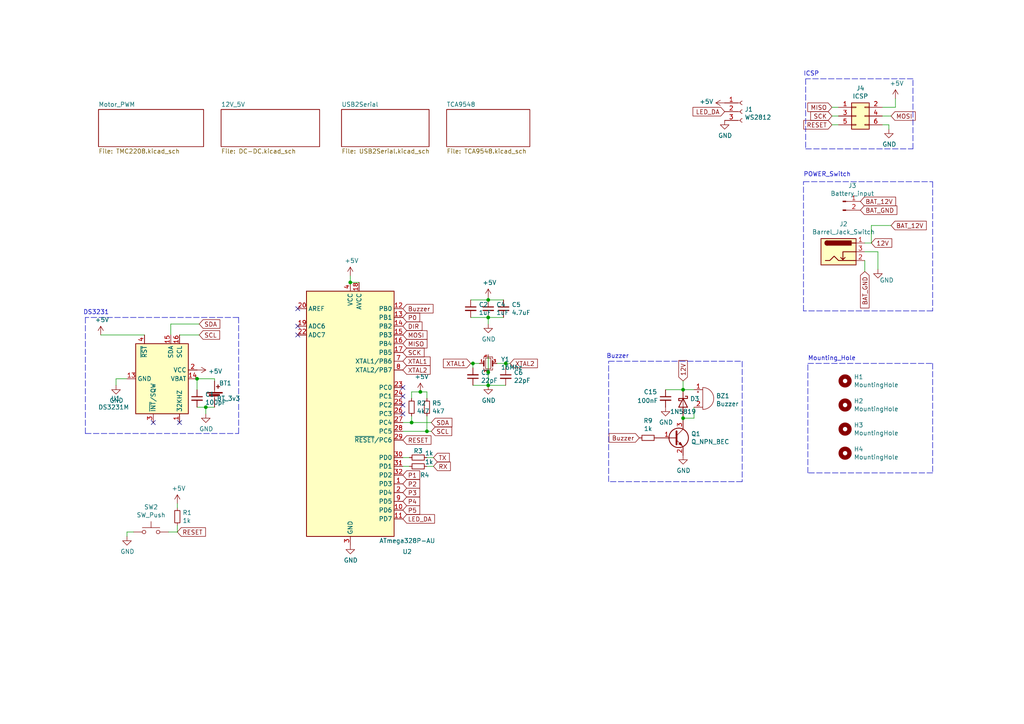
<source format=kicad_sch>
(kicad_sch (version 20211123) (generator eeschema)
  (paper "A4")
  (title_block (title "Motor_clock") (date "2021-06-27"))
  (lib_symbols
    (symbol "Connector:Barrel_Jack_Switch" (pin_names hide)
      (property "Reference" "J" (at 0 5.334 0))
      (property "Value" "Barrel_Jack_Switch" (at 0 -5.08 0))
      (symbol "Barrel_Jack_Switch_0_1"
        (rectangle (start -5.08 3.81) (end 5.08 -3.81) (stroke (width 0.254)) (fill (type background)))
        (arc (start -3.302 3.175) (mid -3.937 2.54) (end -3.302 1.905) (stroke (width 0.254)))
        (arc (start -3.302 3.175) (mid -3.937 2.54) (end -3.302 1.905) (stroke (width 0.254)) (fill (type outline)))
        (polyline (pts (xy 1.27 -2.286) (xy 1.905 -1.651)) (stroke (width 0.254)))
        (polyline (pts (xy 5.08 2.54) (xy 3.81 2.54)) (stroke (width 0.254)))
        (polyline (pts (xy 5.08 0) (xy 1.27 0) (xy 1.27 -2.286) (xy 0.635 -1.651)) (stroke (width 0.254)))
        (polyline (pts (xy -3.81 -2.54) (xy -2.54 -2.54) (xy -1.27 -1.27) (xy 0 -2.54) (xy 2.54 -2.54) (xy 5.08 -2.54)) (stroke (width 0.254)))
        (rectangle (start 3.683 3.175) (end -3.302 1.905) (stroke (width 0.254)) (fill (type outline)))
      )
      (symbol "Barrel_Jack_Switch_1_1"
        (pin passive line (at 7.62 2.54 180) (length 2.54) (name "~") (number "1"))
        (pin passive line (at 7.62 -2.54 180) (length 2.54) (name "~") (number "2"))
        (pin passive line (at 7.62 0 180) (length 2.54) (name "~") (number "3"))
      )
    )
    (symbol "Connector:Conn_01x02_Male" (pin_names (offset 1.016) hide)
      (property "Reference" "J" (at 0 2.54 0))
      (property "Value" "Conn_01x02_Male" (at 0 -5.08 0))
      (symbol "Conn_01x02_Male_1_1"
        (polyline (pts (xy 1.27 -2.54) (xy 0.8636 -2.54)) (stroke (width 0.1524)))
        (polyline (pts (xy 1.27 0) (xy 0.8636 0)) (stroke (width 0.1524)))
        (rectangle (start 0.8636 -2.413) (end 0 -2.667) (stroke (width 0.1524)) (fill (type outline)))
        (rectangle (start 0.8636 0.127) (end 0 -0.127) (stroke (width 0.1524)) (fill (type outline)))
        (pin passive line (at 5.08 0 180) (length 3.81) (name "Pin_1") (number "1"))
        (pin passive line (at 5.08 -2.54 180) (length 3.81) (name "Pin_2") (number "2"))
      )
    )
    (symbol "Connector:Conn_01x03_Female" (pin_names (offset 1.016) hide)
      (property "Reference" "J" (at 0 5.08 0))
      (property "Value" "Conn_01x03_Female" (at 0 -5.08 0))
      (symbol "Conn_01x03_Female_1_1"
        (arc (start 0 -2.032) (mid -0.508 -2.54) (end 0 -3.048) (stroke (width 0.1524)))
        (polyline (pts (xy -1.27 -2.54) (xy -0.508 -2.54)) (stroke (width 0.1524)))
        (polyline (pts (xy -1.27 0) (xy -0.508 0)) (stroke (width 0.1524)))
        (polyline (pts (xy -1.27 2.54) (xy -0.508 2.54)) (stroke (width 0.1524)))
        (arc (start 0 0.508) (mid -0.508 0) (end 0 -0.508) (stroke (width 0.1524)))
        (arc (start 0 3.048) (mid -0.508 2.54) (end 0 2.032) (stroke (width 0.1524)))
        (pin passive line (at -5.08 2.54 0) (length 3.81) (name "Pin_1") (number "1"))
        (pin passive line (at -5.08 0 0) (length 3.81) (name "Pin_2") (number "2"))
        (pin passive line (at -5.08 -2.54 0) (length 3.81) (name "Pin_3") (number "3"))
      )
    )
    (symbol "Connector_Generic:Conn_02x03_Odd_Even" (pin_names (offset 1.016) hide)
      (property "Reference" "J" (at 1.27 5.08 0))
      (property "Value" "Conn_02x03_Odd_Even" (at 1.27 -5.08 0))
      (symbol "Conn_02x03_Odd_Even_1_1"
        (rectangle (start -1.27 -2.413) (end 0 -2.667) (stroke (width 0.1524)))
        (rectangle (start -1.27 0.127) (end 0 -0.127) (stroke (width 0.1524)))
        (rectangle (start -1.27 2.667) (end 0 2.413) (stroke (width 0.1524)))
        (rectangle (start -1.27 3.81) (end 3.81 -3.81) (stroke (width 0.254)) (fill (type background)))
        (rectangle (start 3.81 -2.413) (end 2.54 -2.667) (stroke (width 0.1524)))
        (rectangle (start 3.81 0.127) (end 2.54 -0.127) (stroke (width 0.1524)))
        (rectangle (start 3.81 2.667) (end 2.54 2.413) (stroke (width 0.1524)))
        (pin passive line (at -5.08 2.54 0) (length 3.81) (name "Pin_1") (number "1"))
        (pin passive line (at 7.62 2.54 180) (length 3.81) (name "Pin_2") (number "2"))
        (pin passive line (at -5.08 0 0) (length 3.81) (name "Pin_3") (number "3"))
        (pin passive line (at 7.62 0 180) (length 3.81) (name "Pin_4") (number "4"))
        (pin passive line (at -5.08 -2.54 0) (length 3.81) (name "Pin_5") (number "5"))
        (pin passive line (at 7.62 -2.54 180) (length 3.81) (name "Pin_6") (number "6"))
      )
    )
    (symbol "Device:Battery_Cell" (pin_numbers hide) (pin_names (offset 0) hide)
      (property "Reference" "BT" (at 2.54 2.54 0))
      (property "Value" "Battery_Cell" (at 2.54 0 0))
      (symbol "Battery_Cell_0_1"
        (rectangle (start -2.286 1.778) (end 2.286 1.524) (fill (type outline)))
        (rectangle (start -1.5748 1.1938) (end 1.4732 0.6858) (fill (type outline)))
        (polyline (pts (xy 0 0.762) (xy 0 0)))
        (polyline (pts (xy 0 1.778) (xy 0 2.54)))
        (polyline (pts (xy 0.508 3.429) (xy 1.524 3.429)) (stroke (width 0.254)))
        (polyline (pts (xy 1.016 3.937) (xy 1.016 2.921)) (stroke (width 0.254)))
      )
      (symbol "Battery_Cell_1_1"
        (pin passive line (at 0 5.08 270) (length 2.54) (name "+") (number "1"))
        (pin passive line (at 0 -2.54 90) (length 2.54) (name "-") (number "2"))
      )
    )
    (symbol "Device:Buzzer" (pin_names (offset 0.0254) hide)
      (property "Reference" "BZ" (at 3.81 1.27 0))
      (property "Value" "Buzzer" (at 3.81 -1.27 0))
      (symbol "Buzzer_0_1"
        (arc (start 0 -3.175) (mid 3.175 0) (end 0 3.175))
        (polyline (pts (xy -1.651 1.905) (xy -1.143 1.905)))
        (polyline (pts (xy -1.397 2.159) (xy -1.397 1.651)))
        (polyline (pts (xy 0 3.175) (xy 0 -3.175)))
      )
      (symbol "Buzzer_1_1"
        (pin passive line (at -2.54 2.54 0) (length 2.54) (name "-") (number "1"))
        (pin passive line (at -2.54 -2.54 0) (length 2.54) (name "+") (number "2"))
      )
    )
    (symbol "Device:C_Small" (pin_numbers hide) (pin_names (offset 0.254) hide)
      (property "Reference" "C" (at 0.254 1.778 0))
      (property "Value" "C_Small" (at 0.254 -2.032 0))
      (symbol "C_Small_0_1"
        (polyline (pts (xy -1.524 -0.508) (xy 1.524 -0.508)) (stroke (width 0.3302)))
        (polyline (pts (xy -1.524 0.508) (xy 1.524 0.508)) (stroke (width 0.3048)))
      )
      (symbol "C_Small_1_1"
        (pin passive line (at 0 2.54 270) (length 2.032) (name "~") (number "1"))
        (pin passive line (at 0 -2.54 90) (length 2.032) (name "~") (number "2"))
      )
    )
    (symbol "Device:Crystal_GND24_Small" (pin_names (offset 1.016) hide)
      (property "Reference" "Y" (at 1.27 4.445 0))
      (property "Value" "Crystal_GND24_Small" (at 1.27 2.54 0))
      (symbol "Crystal_GND24_Small_0_1"
        (rectangle (start -0.762 -1.524) (end 0.762 1.524))
        (polyline (pts (xy -1.27 -0.762) (xy -1.27 0.762)) (stroke (width 0.381)))
        (polyline (pts (xy 1.27 -0.762) (xy 1.27 0.762)) (stroke (width 0.381)))
        (polyline (pts (xy -1.27 -1.27) (xy -1.27 -1.905) (xy 1.27 -1.905) (xy 1.27 -1.27)))
        (polyline (pts (xy -1.27 1.27) (xy -1.27 1.905) (xy 1.27 1.905) (xy 1.27 1.27)))
      )
      (symbol "Crystal_GND24_Small_1_1"
        (pin passive line (at -2.54 0 0) (length 1.27) (name "1") (number "1"))
        (pin passive line (at 0 -2.54 90) (length 0.635) (name "2") (number "2"))
        (pin passive line (at 2.54 0 180) (length 1.27) (name "3") (number "3"))
        (pin passive line (at 0 2.54 270) (length 0.635) (name "4") (number "4"))
      )
    )
    (symbol "Device:Q_NPN_BEC" (pin_names (offset 0) hide)
      (property "Reference" "Q" (at 5.08 1.27 0))
      (property "Value" "Q_NPN_BEC" (at 5.08 -1.27 0))
      (symbol "Q_NPN_BEC_0_1"
        (polyline (pts (xy 0.635 0.635) (xy 2.54 2.54)))
        (polyline (pts (xy 0.635 -0.635) (xy 2.54 -2.54) (xy 2.54 -2.54)))
        (polyline (pts (xy 0.635 1.905) (xy 0.635 -1.905) (xy 0.635 -1.905)) (stroke (width 0.508)))
        (polyline (pts (xy 1.27 -1.778) (xy 1.778 -1.27) (xy 2.286 -2.286) (xy 1.27 -1.778) (xy 1.27 -1.778)) (fill (type outline)))
        (circle (center 1.27 0) (radius 2.8194) (stroke (width 0.254)))
      )
      (symbol "Q_NPN_BEC_1_1"
        (pin input line (at -5.08 0 0) (length 5.715) (name "B") (number "1"))
        (pin passive line (at 2.54 -5.08 90) (length 2.54) (name "E") (number "2"))
        (pin passive line (at 2.54 5.08 270) (length 2.54) (name "C") (number "3"))
      )
    )
    (symbol "Device:R_Small" (pin_numbers hide) (pin_names (offset 0.254) hide)
      (property "Reference" "R" (at 0.762 0.508 0))
      (property "Value" "R_Small" (at 0.762 -1.016 0))
      (symbol "R_Small_0_1"
        (rectangle (start -0.762 1.778) (end 0.762 -1.778) (stroke (width 0.2032)))
      )
      (symbol "R_Small_1_1"
        (pin passive line (at 0 2.54 270) (length 0.762) (name "~") (number "1"))
        (pin passive line (at 0 -2.54 90) (length 0.762) (name "~") (number "2"))
      )
    )
    (symbol "Diode:1N5819" (pin_numbers hide) (pin_names (offset 1.016) hide)
      (property "Reference" "D" (at 0 2.54 0))
      (property "Value" "1N5819" (at 0 -2.54 0))
      (symbol "1N5819_0_1"
        (polyline (pts (xy 1.27 0) (xy -1.27 0)))
        (polyline (pts (xy 1.27 1.27) (xy 1.27 -1.27) (xy -1.27 0) (xy 1.27 1.27)) (stroke (width 0.254)))
        (polyline (pts (xy -1.905 0.635) (xy -1.905 1.27) (xy -1.27 1.27) (xy -1.27 -1.27) (xy -0.635 -1.27) (xy -0.635 -0.635)) (stroke (width 0.254)))
      )
      (symbol "1N5819_1_1"
        (pin passive line (at -3.81 0 0) (length 2.54) (name "K") (number "1"))
        (pin passive line (at 3.81 0 180) (length 2.54) (name "A") (number "2"))
      )
    )
    (symbol "MCU_Microchip_ATmega:ATmega328P-AU"
      (property "Reference" "U" (at -12.7 36.83 0))
      (property "Value" "MCU_Microchip_ATmega_ATmega328P-AU" (at 2.54 -36.83 0))
      (symbol "ATmega328P-AU_0_1"
        (rectangle (start -12.7 -35.56) (end 12.7 35.56) (stroke (width 0.254)) (fill (type background)))
      )
      (symbol "ATmega328P-AU_1_1"
        (pin bidirectional line (at 15.24 -20.32 180) (length 2.54) (name "PD3") (number "1"))
        (pin bidirectional line (at 15.24 -27.94 180) (length 2.54) (name "PD6") (number "10"))
        (pin bidirectional line (at 15.24 -30.48 180) (length 2.54) (name "PD7") (number "11"))
        (pin bidirectional line (at 15.24 30.48 180) (length 2.54) (name "PB0") (number "12"))
        (pin bidirectional line (at 15.24 27.94 180) (length 2.54) (name "PB1") (number "13"))
        (pin bidirectional line (at 15.24 25.4 180) (length 2.54) (name "PB2") (number "14"))
        (pin bidirectional line (at 15.24 22.86 180) (length 2.54) (name "PB3") (number "15"))
        (pin bidirectional line (at 15.24 20.32 180) (length 2.54) (name "PB4") (number "16"))
        (pin bidirectional line (at 15.24 17.78 180) (length 2.54) (name "PB5") (number "17"))
        (pin power_in line (at 2.54 38.1 270) (length 2.54) (name "AVCC") (number "18"))
        (pin input line (at -15.24 25.4 0) (length 2.54) (name "ADC6") (number "19"))
        (pin bidirectional line (at 15.24 -22.86 180) (length 2.54) (name "PD4") (number "2"))
        (pin passive line (at -15.24 30.48 0) (length 2.54) (name "AREF") (number "20"))
        (pin passive line (at 0 -38.1 90) (length 2.54) hide (name "GND") (number "21"))
        (pin input line (at -15.24 22.86 0) (length 2.54) (name "ADC7") (number "22"))
        (pin bidirectional line (at 15.24 7.62 180) (length 2.54) (name "PC0") (number "23"))
        (pin bidirectional line (at 15.24 5.08 180) (length 2.54) (name "PC1") (number "24"))
        (pin bidirectional line (at 15.24 2.54 180) (length 2.54) (name "PC2") (number "25"))
        (pin bidirectional line (at 15.24 0 180) (length 2.54) (name "PC3") (number "26"))
        (pin bidirectional line (at 15.24 -2.54 180) (length 2.54) (name "PC4") (number "27"))
        (pin bidirectional line (at 15.24 -5.08 180) (length 2.54) (name "PC5") (number "28"))
        (pin bidirectional line (at 15.24 -7.62 180) (length 2.54) (name "~{RESET}/PC6") (number "29"))
        (pin power_in line (at 0 -38.1 90) (length 2.54) (name "GND") (number "3"))
        (pin bidirectional line (at 15.24 -12.7 180) (length 2.54) (name "PD0") (number "30"))
        (pin bidirectional line (at 15.24 -15.24 180) (length 2.54) (name "PD1") (number "31"))
        (pin bidirectional line (at 15.24 -17.78 180) (length 2.54) (name "PD2") (number "32"))
        (pin power_in line (at 0 38.1 270) (length 2.54) (name "VCC") (number "4"))
        (pin passive line (at 0 -38.1 90) (length 2.54) hide (name "GND") (number "5"))
        (pin passive line (at 0 38.1 270) (length 2.54) hide (name "VCC") (number "6"))
        (pin bidirectional line (at 15.24 15.24 180) (length 2.54) (name "XTAL1/PB6") (number "7"))
        (pin bidirectional line (at 15.24 12.7 180) (length 2.54) (name "XTAL2/PB7") (number "8"))
        (pin bidirectional line (at 15.24 -25.4 180) (length 2.54) (name "PD5") (number "9"))
      )
    )
    (symbol "Mechanical:MountingHole" (pin_names (offset 1.016))
      (property "Reference" "H" (at 0 5.08 0))
      (property "Value" "MountingHole" (at 0 3.175 0))
      (symbol "MountingHole_0_1"
        (circle (center 0 0) (radius 1.27) (stroke (width 1.27)))
      )
    )
    (symbol "Switch:SW_Push" (pin_numbers hide) (pin_names (offset 1.016) hide)
      (property "Reference" "SW" (at 1.27 2.54 0))
      (property "Value" "SW_Push" (at 0 -1.524 0))
      (symbol "SW_Push_0_1"
        (circle (center -2.032 0) (radius 0.508))
        (polyline (pts (xy 0 1.27) (xy 0 3.048)))
        (polyline (pts (xy 2.54 1.27) (xy -2.54 1.27)))
        (circle (center 2.032 0) (radius 0.508))
        (pin passive line (at -5.08 0 0) (length 2.54) (name "1") (number "1"))
        (pin passive line (at 5.08 0 180) (length 2.54) (name "2") (number "2"))
      )
    )
    (symbol "Timer_RTC:DS3231M"
      (property "Reference" "U" (at -7.62 8.89 0))
      (property "Value" "DS3231M" (at 10.16 8.89 0))
      (symbol "DS3231M_0_1"
        (rectangle (start -10.16 7.62) (end 10.16 -7.62) (stroke (width 0.254)) (fill (type background)))
      )
      (symbol "DS3231M_1_1"
        (pin open_collector line (at 12.7 5.08 180) (length 2.54) (name "32KHZ") (number "1"))
        (pin passive line (at 0 -10.16 90) (length 2.54) hide (name "GND") (number "10"))
        (pin passive line (at 0 -10.16 90) (length 2.54) hide (name "GND") (number "11"))
        (pin passive line (at 0 -10.16 90) (length 2.54) hide (name "GND") (number "12"))
        (pin power_in line (at 0 -10.16 90) (length 2.54) (name "GND") (number "13"))
        (pin power_in line (at 0 10.16 270) (length 2.54) (name "VBAT") (number "14"))
        (pin bidirectional line (at -12.7 2.54 0) (length 2.54) (name "SDA") (number "15"))
        (pin input line (at -12.7 5.08 0) (length 2.54) (name "SCL") (number "16"))
        (pin power_in line (at -2.54 10.16 270) (length 2.54) (name "VCC") (number "2"))
        (pin open_collector line (at 12.7 -2.54 180) (length 2.54) (name "~{INT}/SQW") (number "3"))
        (pin bidirectional line (at -12.7 -5.08 0) (length 2.54) (name "~{RST}") (number "4"))
        (pin passive line (at 0 -10.16 90) (length 2.54) hide (name "GND") (number "5"))
        (pin passive line (at 0 -10.16 90) (length 2.54) hide (name "GND") (number "6"))
        (pin passive line (at 0 -10.16 90) (length 2.54) hide (name "GND") (number "7"))
        (pin passive line (at 0 -10.16 90) (length 2.54) hide (name "GND") (number "8"))
        (pin passive line (at 0 -10.16 90) (length 2.54) hide (name "GND") (number "9"))
      )
    )
    (symbol "power:+5V" (power) (pin_names (offset 0))
      (property "Value" "+5V" (at 0 3.556 0))
      (symbol "+5V_0_1"
        (polyline (pts (xy -0.762 1.27) (xy 0 2.54)))
        (polyline (pts (xy 0 0) (xy 0 2.54)))
        (polyline (pts (xy 0 2.54) (xy 0.762 1.27)))
      )
      (symbol "+5V_1_1"
        (pin power_in line (at 0 0 90) (length 0) hide (name "+5V") (number "1"))
      )
    )
    (symbol "power:GND" (power) (pin_names (offset 0))
      (property "Value" "GND" (at 0 -3.81 0))
      (symbol "GND_0_1"
        (polyline (pts (xy 0 0) (xy 0 -1.27) (xy 1.27 -1.27) (xy 0 -2.54) (xy -1.27 -1.27) (xy 0 -1.27)))
      )
      (symbol "GND_1_1"
        (pin power_in line (at 0 0 270) (length 0) hide (name "GND") (number "1"))
      )
    )
  )
  (junction (at 119.38 122.555))
  (junction (at 198.12 113.03))
  (junction (at 57.15 109.855))
  (junction (at 198.12 121.285))
  (junction (at 141.605 111.76))
  (junction (at 141.605 86.995))
  (junction (at 123.825 125.095))
  (junction (at 141.605 107.95))
  (junction (at 137.16 105.41))
  (junction (at 141.605 92.075))
  (junction (at 59.69 118.11))
  (junction (at 101.6 81.915))
  (junction (at 146.685 105.41))
  (junction (at 121.92 113.665))
  (no_connect (at 44.45 122.555))
  (no_connect (at 52.07 122.555))
  (no_connect (at 86.36 89.535))
  (no_connect (at 86.36 97.155))
  (no_connect (at 86.36 94.615))
  (no_connect (at 116.84 120.015))
  (no_connect (at 116.84 112.395))
  (no_connect (at 116.84 114.935))
  (no_connect (at 116.84 117.475))
  (polyline (pts (xy 24.765 92.075) (xy 24.765 125.73)))
  (wire (pts (xy 49.53 97.155) (xy 49.53 93.98)))
  (wire (pts (xy 33.655 111.76) (xy 33.655 109.855)))
  (polyline (pts (xy 270.51 105.41) (xy 270.51 137.16)))
  (wire (pts (xy 198.12 110.49) (xy 198.12 113.03)))
  (polyline (pts (xy 69.215 92.075) (xy 24.765 92.075)))
  (wire (pts (xy 252.73 65.405) (xy 258.445 65.405)))
  (wire (pts (xy 137.16 106.68) (xy 137.16 105.41)))
  (wire (pts (xy 52.07 97.155) (xy 57.785 97.155)))
  (wire (pts (xy 57.15 118.11) (xy 59.69 118.11)))
  (wire (pts (xy 38.735 154.305) (xy 36.83 154.305)))
  (wire (pts (xy 119.38 113.665) (xy 119.38 115.57)))
  (wire (pts (xy 51.435 154.305) (xy 48.895 154.305)))
  (polyline (pts (xy 234.315 137.16) (xy 234.315 105.41)))
  (wire (pts (xy 250.825 73.025) (xy 254.635 73.025)))
  (polyline (pts (xy 233.045 52.705) (xy 270.51 52.705)))
  (polyline (pts (xy 69.215 125.73) (xy 69.215 92.075)))
  (polyline (pts (xy 215.265 104.775) (xy 215.265 139.7)))
  (wire (pts (xy 144.145 105.41) (xy 146.685 105.41)))
  (wire (pts (xy 141.605 86.995) (xy 146.05 86.995)))
  (wire (pts (xy 136.525 105.41) (xy 137.16 105.41)))
  (wire (pts (xy 141.605 102.87) (xy 141.605 107.95)))
  (polyline (pts (xy 234.315 105.41) (xy 270.51 105.41)))
  (polyline (pts (xy 24.765 125.73) (xy 69.215 125.73)))
  (wire (pts (xy 255.905 31.115) (xy 259.715 31.115)))
  (wire (pts (xy 59.69 118.11) (xy 62.23 118.11)))
  (polyline (pts (xy 233.68 22.86) (xy 233.68 43.18)))
  (wire (pts (xy 141.605 93.98) (xy 141.605 92.075)))
  (wire (pts (xy 57.15 113.03) (xy 57.15 109.855)))
  (wire (pts (xy 141.605 92.075) (xy 146.05 92.075)))
  (wire (pts (xy 116.84 122.555) (xy 119.38 122.555)))
  (wire (pts (xy 101.6 80.01) (xy 101.6 81.915)))
  (wire (pts (xy 101.6 81.915) (xy 104.14 81.915)))
  (wire (pts (xy 121.92 113.665) (xy 119.38 113.665)))
  (wire (pts (xy 123.825 125.095) (xy 125.095 125.095)))
  (wire (pts (xy 51.435 146.05) (xy 51.435 147.32)))
  (wire (pts (xy 257.81 36.195) (xy 257.81 37.465)))
  (polyline (pts (xy 270.51 52.705) (xy 270.51 90.17)))
  (wire (pts (xy 198.12 113.03) (xy 193.04 113.03)))
  (wire (pts (xy 57.15 109.855) (xy 62.23 109.855)))
  (polyline (pts (xy 233.68 43.18) (xy 264.795 43.18)))
  (wire (pts (xy 198.12 121.285) (xy 198.12 120.65)))
  (wire (pts (xy 41.91 97.155) (xy 29.21 97.155)))
  (wire (pts (xy 33.655 109.855) (xy 36.83 109.855)))
  (wire (pts (xy 123.825 135.255) (xy 125.73 135.255)))
  (polyline (pts (xy 215.265 139.7) (xy 176.53 139.7)))
  (wire (pts (xy 137.16 111.76) (xy 141.605 111.76)))
  (polyline (pts (xy 264.795 43.18) (xy 264.795 22.86)))
  (wire (pts (xy 201.295 113.03) (xy 198.12 113.03)))
  (wire (pts (xy 62.23 109.855) (xy 62.23 110.49)))
  (polyline (pts (xy 270.51 90.17) (xy 233.045 90.17)))
  (wire (pts (xy 136.525 92.075) (xy 141.605 92.075)))
  (wire (pts (xy 201.295 121.285) (xy 198.12 121.285)))
  (wire (pts (xy 255.905 36.195) (xy 257.81 36.195)))
  (wire (pts (xy 116.84 135.255) (xy 118.745 135.255)))
  (wire (pts (xy 198.12 121.92) (xy 198.12 121.285)))
  (polyline (pts (xy 176.53 139.7) (xy 176.53 104.775)))
  (wire (pts (xy 51.435 152.4) (xy 51.435 154.305)))
  (wire (pts (xy 141.605 86.36) (xy 141.605 86.995)))
  (wire (pts (xy 123.825 113.665) (xy 123.825 115.57)))
  (wire (pts (xy 36.83 154.305) (xy 36.83 155.575)))
  (wire (pts (xy 241.3 36.195) (xy 243.205 36.195)))
  (wire (pts (xy 255.905 33.655) (xy 258.445 33.655)))
  (wire (pts (xy 201.295 118.11) (xy 201.295 121.285)))
  (wire (pts (xy 141.605 107.95) (xy 141.605 111.76)))
  (wire (pts (xy 121.92 113.665) (xy 123.825 113.665)))
  (wire (pts (xy 254.635 73.025) (xy 254.635 78.105)))
  (wire (pts (xy 146.685 105.41) (xy 147.955 105.41)))
  (wire (pts (xy 139.065 105.41) (xy 137.16 105.41)))
  (wire (pts (xy 59.69 120.015) (xy 59.69 118.11)))
  (polyline (pts (xy 264.795 22.86) (xy 233.68 22.86)))
  (wire (pts (xy 241.3 31.115) (xy 243.205 31.115)))
  (wire (pts (xy 259.715 31.115) (xy 259.715 28.575)))
  (wire (pts (xy 250.825 70.485) (xy 252.73 70.485)))
  (wire (pts (xy 116.84 132.715) (xy 118.745 132.715)))
  (wire (pts (xy 116.84 125.095) (xy 123.825 125.095)))
  (wire (pts (xy 119.38 122.555) (xy 125.095 122.555)))
  (wire (pts (xy 146.685 106.68) (xy 146.685 105.41)))
  (wire (pts (xy 49.53 93.98) (xy 57.785 93.98)))
  (wire (pts (xy 141.605 111.76) (xy 146.685 111.76)))
  (wire (pts (xy 252.73 70.485) (xy 252.73 65.405)))
  (wire (pts (xy 123.825 120.65) (xy 123.825 125.095)))
  (polyline (pts (xy 233.045 90.17) (xy 233.045 52.705)))
  (wire (pts (xy 241.3 33.655) (xy 243.205 33.655)))
  (wire (pts (xy 119.38 120.65) (xy 119.38 122.555)))
  (wire (pts (xy 136.525 86.995) (xy 141.605 86.995)))
  (polyline (pts (xy 270.51 137.16) (xy 234.315 137.16)))
  (wire (pts (xy 250.825 75.565) (xy 250.825 78.74)))
  (polyline (pts (xy 176.53 104.775) (xy 215.265 104.775)))
  (wire (pts (xy 123.825 132.715) (xy 125.73 132.715)))
  (text "DS3231\n" (at 24.13 91.44 0) (effects (font (size 1.27 1.27)) (justify left bottom)))
  (text "Mounting_Hole\n" (at 234.315 104.775 0) (effects (font (size 1.27 1.27)) (justify left bottom)))
  (text "POWER_Switch\n" (at 233.045 51.435 0) (effects (font (size 1.27 1.27)) (justify left bottom)))
  (text "Buzzer" (at 175.895 104.14 0) (effects (font (size 1.27 1.27)) (justify left bottom)))
  (text "ICSP\n" (at 233.045 22.225 0) (effects (font (size 1.27 1.27)) (justify left bottom)))
  (global_label "RX" (shape input) (at 125.73 135.255 0) (property "插入图纸页参考" "${INTERSHEET_REFS}" (effects hide)))
  (global_label "LED_DA" (shape input) (at 116.84 150.495 0) (property "插入图纸页参考" "${INTERSHEET_REFS}" (effects hide)))
  (global_label "SDA" (shape input) (at 57.785 93.98 0) (property "插入图纸页参考" "${INTERSHEET_REFS}" (effects hide)))
  (global_label "BAT_GND" (shape input) (at 250.825 78.74 270) (property "插入图纸页参考" "${INTERSHEET_REFS}" (effects hide)))
  (global_label "RESET" (shape input) (at 51.435 154.305 0) (property "插入图纸页参考" "${INTERSHEET_REFS}" (effects hide)))
  (global_label "TX" (shape input) (at 125.73 132.715 0) (property "插入图纸页参考" "${INTERSHEET_REFS}" (effects hide)))
  (global_label "Buzzer" (shape input) (at 116.84 89.535 0) (property "插入图纸页参考" "${INTERSHEET_REFS}" (effects hide)))
  (global_label "MOSI" (shape input) (at 116.84 97.155 0) (property "插入图纸页参考" "${INTERSHEET_REFS}" (effects hide)))
  (global_label "LED_DA" (shape input) (at 210.185 32.385 180) (property "插入图纸页参考" "${INTERSHEET_REFS}" (effects hide)))
  (global_label "SCK" (shape input) (at 116.84 102.235 0) (property "插入图纸页参考" "${INTERSHEET_REFS}" (effects hide)))
  (global_label "BAT_12V" (shape input) (at 258.445 65.405 0) (property "插入图纸页参考" "${INTERSHEET_REFS}" (effects hide)))
  (global_label "BAT_12V" (shape input) (at 249.555 58.42 0) (property "插入图纸页参考" "${INTERSHEET_REFS}" (effects hide)))
  (global_label "RESET" (shape input) (at 241.3 36.195 180) (property "插入图纸页参考" "${INTERSHEET_REFS}" (effects hide)))
  (global_label "P3" (shape input) (at 116.84 142.875 0) (property "插入图纸页参考" "${INTERSHEET_REFS}" (effects hide)))
  (global_label "RESET" (shape input) (at 116.84 127.635 0) (property "插入图纸页参考" "${INTERSHEET_REFS}" (effects hide)))
  (global_label "P0" (shape input) (at 116.84 92.075 0) (property "插入图纸页参考" "${INTERSHEET_REFS}" (effects hide)))
  (global_label "Buzzer" (shape input) (at 185.42 127 180) (property "插入图纸页参考" "${INTERSHEET_REFS}" (effects hide)))
  (global_label "XTAL2" (shape input) (at 147.955 105.41 0) (property "插入图纸页参考" "${INTERSHEET_REFS}" (effects hide)))
  (global_label "MOSI" (shape input) (at 258.445 33.655 0) (property "插入图纸页参考" "${INTERSHEET_REFS}" (effects hide)))
  (global_label "XTAL1" (shape input) (at 136.525 105.41 180) (property "插入图纸页参考" "${INTERSHEET_REFS}" (effects hide)))
  (global_label "BAT_GND" (shape input) (at 249.555 60.96 0) (property "插入图纸页参考" "${INTERSHEET_REFS}" (effects hide)))
  (global_label "P2" (shape input) (at 116.84 140.335 0) (property "插入图纸页参考" "${INTERSHEET_REFS}" (effects hide)))
  (global_label "DIR" (shape input) (at 116.84 94.615 0) (property "插入图纸页参考" "${INTERSHEET_REFS}" (effects hide)))
  (global_label "SCL" (shape input) (at 57.785 97.155 0) (property "插入图纸页参考" "${INTERSHEET_REFS}" (effects hide)))
  (global_label "SCL" (shape input) (at 125.095 125.095 0) (property "插入图纸页参考" "${INTERSHEET_REFS}" (effects hide)))
  (global_label "P5" (shape input) (at 116.84 147.955 0) (property "插入图纸页参考" "${INTERSHEET_REFS}" (effects hide)))
  (global_label "P4" (shape input) (at 116.84 145.415 0) (property "插入图纸页参考" "${INTERSHEET_REFS}" (effects hide)))
  (global_label "MISO" (shape input) (at 241.3 31.115 180) (property "插入图纸页参考" "${INTERSHEET_REFS}" (effects hide)))
  (global_label "XTAL1" (shape input) (at 116.84 104.775 0) (property "插入图纸页参考" "${INTERSHEET_REFS}" (effects hide)))
  (global_label "MISO" (shape input) (at 116.84 99.695 0) (property "插入图纸页参考" "${INTERSHEET_REFS}" (effects hide)))
  (global_label "SDA" (shape input) (at 125.095 122.555 0) (property "插入图纸页参考" "${INTERSHEET_REFS}" (effects hide)))
  (global_label "12V" (shape input) (at 198.12 110.49 90) (property "插入图纸页参考" "${INTERSHEET_REFS}" (effects hide)))
  (global_label "12V" (shape input) (at 252.73 70.485 0) (property "插入图纸页参考" "${INTERSHEET_REFS}" (effects hide)))
  (global_label "SCK" (shape input) (at 241.3 33.655 180) (property "插入图纸页参考" "${INTERSHEET_REFS}" (effects hide)))
  (global_label "P1" (shape input) (at 116.84 137.795 0) (property "插入图纸页参考" "${INTERSHEET_REFS}" (effects hide)))
  (global_label "XTAL2" (shape input) (at 116.84 107.315 0) (property "插入图纸页参考" "${INTERSHEET_REFS}" (effects hide)))
  (symbol (lib_id "MCU_Microchip_ATmega:ATmega328P-AU") (at 101.6 120.015 0) (unit 1)
    (property "Reference" "U2" (at 118.11 160.02 0))
    (property "Value" "ATmega328P-AU" (at 118.11 156.845 0))
    (property "Footprint" "Package_QFP:TQFP-32_7x7mm_P0.8mm" (effects hide))
    (property "Datasheet" "http://ww1.microchip.com/downloads/en/DeviceDoc/ATmega328_P%20AVR%20MCU%20with%20picoPower%20Technology%20Data%20Sheet%2040001984A.pdf" (effects hide))
  )
  (symbol (lib_id "Device:Crystal_GND24_Small") (at 141.605 105.41 0) (unit 1)
    (property "Reference" "Y1" (at 145.2626 104.2416 0) (effects (justify left)))
    (property "Value" "16Mhz" (at 145.2626 106.553 0) (effects (justify left)))
    (property "Footprint" "Crystal:Crystal_SMD_3225-4Pin_3.2x2.5mm" (effects hide))
  )
  (symbol (lib_id "Device:C_Small") (at 137.16 109.22 180) (unit 1)
    (property "Reference" "C3" (at 139.4968 108.0516 0) (effects (justify right)))
    (property "Value" "22pF" (at 139.4968 110.363 0) (effects (justify right)))
    (property "Footprint" "Capacitor_SMD:C_0603_1608Metric" (effects hide))
  )
  (symbol (lib_id "Device:C_Small") (at 146.685 109.22 0) (unit 1)
    (property "Reference" "C6" (at 149.0218 108.0516 0) (effects (justify left)))
    (property "Value" "22pF" (at 149.0218 110.363 0) (effects (justify left)))
    (property "Footprint" "Capacitor_SMD:C_0603_1608Metric" (effects hide))
  )
  (symbol (lib_id "power:GND") (at 141.605 111.76 0) (unit 1)
    (property "Reference" "#PWR0101" (effects hide))
    (property "Value" "GND" (at 141.732 116.1542 0))
  )
  (symbol (lib_id "power:+5V") (at 141.605 86.36 0) (unit 1)
    (property "Reference" "#PWR0102" (effects hide))
    (property "Value" "+5V" (at 141.986 81.9658 0))
  )
  (symbol (lib_id "Device:C_Small") (at 136.525 89.535 0) (unit 1)
    (property "Reference" "C2" (at 138.8618 88.3666 0) (effects (justify left)))
    (property "Value" "1uF" (at 138.8618 90.678 0) (effects (justify left)))
    (property "Footprint" "Capacitor_SMD:C_0603_1608Metric" (effects hide))
  )
  (symbol (lib_id "Device:C_Small") (at 141.605 89.535 0) (unit 1)
    (property "Reference" "C4" (at 143.9418 88.3666 0) (effects (justify left)))
    (property "Value" "1uF" (at 143.9418 90.678 0) (effects (justify left)))
    (property "Footprint" "Capacitor_SMD:C_0603_1608Metric" (effects hide))
  )
  (symbol (lib_id "Device:C_Small") (at 146.05 89.535 0) (unit 1)
    (property "Reference" "C5" (at 148.3868 88.3666 0) (effects (justify left)))
    (property "Value" "4.7uF" (at 148.3868 90.678 0) (effects (justify left)))
    (property "Footprint" "Capacitor_SMD:C_0805_2012Metric" (effects hide))
  )
  (symbol (lib_id "power:GND") (at 141.605 93.98 0) (unit 1)
    (property "Reference" "#PWR0103" (effects hide))
    (property "Value" "GND" (at 141.732 98.3742 0))
  )
  (symbol (lib_id "power:+5V") (at 101.6 80.01 0) (unit 1)
    (property "Reference" "#PWR0104" (effects hide))
    (property "Value" "+5V" (at 101.981 75.6158 0))
  )
  (symbol (lib_id "power:GND") (at 101.6 158.115 0) (unit 1)
    (property "Reference" "#PWR0105" (effects hide))
    (property "Value" "GND" (at 101.727 162.5092 0))
  )
  (symbol (lib_id "power:+5V") (at 51.435 146.05 0) (unit 1)
    (property "Reference" "#PWR0106" (effects hide))
    (property "Value" "+5V" (at 51.816 141.6558 0))
  )
  (symbol (lib_id "Device:R_Small") (at 51.435 149.86 0) (unit 1)
    (property "Reference" "R1" (at 52.9336 148.6916 0) (effects (justify left)))
    (property "Value" "1k" (at 52.9336 151.003 0) (effects (justify left)))
    (property "Footprint" "Resistor_SMD:R_0603_1608Metric" (effects hide))
  )
  (symbol (lib_id "Switch:SW_Push") (at 43.815 154.305 0) (unit 1)
    (property "Reference" "SW2" (at 43.815 147.066 0))
    (property "Value" "SW_Push" (at 43.815 149.3774 0))
    (property "Footprint" "Button_Switch_SMD:SW_Push_1P1T_NO_6x6mm_H9.5mm" (effects hide))
  )
  (symbol (lib_id "power:GND") (at 36.83 155.575 0) (unit 1)
    (property "Reference" "#PWR0107" (effects hide))
    (property "Value" "GND" (at 36.957 159.9692 0))
  )
  (symbol (lib_id "Connector_Generic:Conn_02x03_Odd_Even") (at 248.285 33.655 0) (unit 1)
    (property "Reference" "J4" (at 249.555 25.6032 0))
    (property "Value" "ICSP" (at 249.555 27.9146 0))
    (property "Footprint" "Connector_PinHeader_2.54mm:PinHeader_2x03_P2.54mm_Vertical" (effects hide))
  )
  (symbol (lib_id "power:+5V") (at 259.715 28.575 0) (unit 1)
    (property "Reference" "#PWR0108" (effects hide))
    (property "Value" "+5V" (at 260.096 24.1808 0))
  )
  (symbol (lib_id "power:GND") (at 257.81 37.465 0) (unit 1)
    (property "Reference" "#PWR0109" (effects hide))
    (property "Value" "GND" (at 257.937 41.8592 0))
  )
  (symbol (lib_id "Timer_RTC:DS3231M") (at 46.99 109.855 270) (unit 1)
    (property "Reference" "U1" (at 34.925 115.57 90) (effects (justify right)))
    (property "Value" "DS3231M" (at 37.465 118.11 90) (effects (justify right)))
    (property "Footprint" "Package_SO:SOIC-16W_7.5x10.3mm_P1.27mm" (effects hide))
    (property "Datasheet" "http://datasheets.maximintegrated.com/en/ds/DS3231.pdf" (effects hide))
  )
  (symbol (lib_id "power:+5V") (at 121.92 113.665 0) (unit 1)
    (property "Reference" "#PWR0110" (effects hide))
    (property "Value" "+5V" (at 122.301 109.2708 0))
  )
  (symbol (lib_id "Device:R_Small") (at 119.38 118.11 0) (unit 1)
    (property "Reference" "R2" (at 120.8786 116.9416 0) (effects (justify left)))
    (property "Value" "4k7" (at 120.8786 119.253 0) (effects (justify left)))
    (property "Footprint" "Resistor_SMD:R_0603_1608Metric" (effects hide))
  )
  (symbol (lib_id "Device:R_Small") (at 123.825 118.11 0) (unit 1)
    (property "Reference" "R5" (at 125.3236 116.9416 0) (effects (justify left)))
    (property "Value" "4k7" (at 125.3236 119.253 0) (effects (justify left)))
    (property "Footprint" "Resistor_SMD:R_0603_1608Metric" (effects hide))
  )
  (symbol (lib_id "power:+5V") (at 57.15 107.315 270) (unit 1)
    (property "Reference" "#PWR0111" (effects hide))
    (property "Value" "+5V" (at 60.4012 107.696 90) (effects (justify left)))
  )
  (symbol (lib_id "Device:Battery_Cell") (at 62.23 115.57 0) (unit 1)
    (property "Reference" "BT1" (at 63.5 111.125 0) (effects (justify left)))
    (property "Value" "BT_3v3" (at 62.865 115.57 0) (effects (justify left)))
    (property "Footprint" "CR1225:TE_796136-1" (effects hide))
  )
  (symbol (lib_id "Device:C_Small") (at 57.15 115.57 0) (unit 1)
    (property "Reference" "C1" (at 59.4868 114.4016 0) (effects (justify left)))
    (property "Value" "100pF" (at 59.4868 116.713 0) (effects (justify left)))
    (property "Footprint" "Capacitor_SMD:C_0603_1608Metric" (effects hide))
  )
  (symbol (lib_id "power:GND") (at 59.69 120.015 0) (unit 1)
    (property "Reference" "#PWR0112" (effects hide))
    (property "Value" "GND" (at 59.817 124.4092 0))
  )
  (symbol (lib_id "power:GND") (at 33.655 111.76 0) (unit 1)
    (property "Reference" "#PWR0113" (effects hide))
    (property "Value" "GND" (at 33.782 116.1542 0))
  )
  (symbol (lib_id "Connector:Barrel_Jack_Switch") (at 243.205 73.025 0) (unit 1)
    (property "Reference" "J2" (at 244.6528 64.9732 0))
    (property "Value" "Barrel_Jack_Switch" (at 244.6528 67.2846 0))
    (property "Footprint" "DC_005:NINIGI_DC-005" (effects hide))
  )
  (symbol (lib_id "power:GND") (at 254.635 78.105 0) (unit 1)
    (property "Reference" "#PWR0114" (effects hide))
    (property "Value" "GND" (at 257.175 81.28 0))
  )
  (symbol (lib_id "Connector:Conn_01x02_Male") (at 244.475 58.42 0) (unit 1)
    (property "Reference" "J3" (at 247.2182 53.8226 0))
    (property "Value" "Battery_input" (at 247.2182 56.134 0))
    (property "Footprint" "Connector_JST:JST_PH_S2B-PH-K_1x02_P2.00mm_Horizontal" (effects hide))
  )
  (symbol (lib_id "Connector:Conn_01x03_Female") (at 215.265 32.385 0) (unit 1)
    (property "Reference" "J1" (at 215.9762 31.7246 0) (effects (justify left)))
    (property "Value" "WS2812" (at 215.9762 34.036 0) (effects (justify left)))
    (property "Footprint" "Connector_JST:JST_XH_S3B-XH-A-1_1x03_P2.50mm_Horizontal" (effects hide))
  )
  (symbol (lib_id "power:+5V") (at 210.185 29.845 90) (unit 1)
    (property "Reference" "#PWR0115" (effects hide))
    (property "Value" "+5V" (at 206.9338 29.464 90) (effects (justify left)))
  )
  (symbol (lib_id "power:GND") (at 210.185 34.925 0) (unit 1)
    (property "Reference" "#PWR0116" (effects hide))
    (property "Value" "GND" (at 210.312 39.3192 0))
  )
  (symbol (lib_id "Device:R_Small") (at 121.285 132.715 270) (unit 1)
    (property "Reference" "R3" (at 121.285 130.81 90))
    (property "Value" "1k" (at 124.46 131.445 90))
    (property "Footprint" "Resistor_SMD:R_0603_1608Metric" (effects hide))
  )
  (symbol (lib_id "Device:R_Small") (at 121.285 135.255 270) (unit 1)
    (property "Reference" "R4" (at 123.19 137.795 90))
    (property "Value" "1k" (at 124.46 133.985 90))
    (property "Footprint" "Resistor_SMD:R_0603_1608Metric" (effects hide))
  )
  (symbol (lib_id "Mechanical:MountingHole") (at 245.11 110.49 0) (unit 1)
    (property "Reference" "H1" (at 247.65 109.3216 0) (effects (justify left)))
    (property "Value" "MountingHole" (at 247.65 111.633 0) (effects (justify left)))
    (property "Footprint" "MountingHole:MountingHole_3.2mm_M3" (effects hide))
  )
  (symbol (lib_id "Mechanical:MountingHole") (at 245.11 117.475 0) (unit 1)
    (property "Reference" "H2" (at 247.65 116.3066 0) (effects (justify left)))
    (property "Value" "MountingHole" (at 247.65 118.618 0) (effects (justify left)))
    (property "Footprint" "MountingHole:MountingHole_3.2mm_M3" (effects hide))
  )
  (symbol (lib_id "Mechanical:MountingHole") (at 245.11 124.46 0) (unit 1)
    (property "Reference" "H3" (at 247.65 123.2916 0) (effects (justify left)))
    (property "Value" "MountingHole" (at 247.65 125.603 0) (effects (justify left)))
    (property "Footprint" "MountingHole:MountingHole_3.2mm_M3" (effects hide))
  )
  (symbol (lib_id "Mechanical:MountingHole") (at 245.11 131.445 0) (unit 1)
    (property "Reference" "H4" (at 247.65 130.2766 0) (effects (justify left)))
    (property "Value" "MountingHole" (at 247.65 132.588 0) (effects (justify left)))
    (property "Footprint" "MountingHole:MountingHole_3.2mm_M3" (effects hide))
  )
  (symbol (lib_id "Device:Buzzer") (at 203.835 115.57 0) (unit 1)
    (property "Reference" "BZ1" (at 207.6958 114.8334 0) (effects (justify left)))
    (property "Value" "Buzzer" (at 207.6958 117.1448 0) (effects (justify left)))
    (property "Footprint" "Buzzer:buzzer" (effects hide))
  )
  (symbol (lib_id "power:GND") (at 198.12 132.08 0) (unit 1)
    (property "Reference" "#PWR03" (effects hide))
    (property "Value" "GND" (at 198.247 136.4742 0))
  )
  (symbol (lib_id "Diode:1N5819") (at 198.12 116.84 270) (unit 1)
    (property "Reference" "D3" (at 200.152 115.6716 90) (effects (justify left)))
    (property "Value" "1N5819" (at 194.31 119.38 90) (effects (justify left)))
    (property "Footprint" "Diode_SMD:D_SMA" (effects hide))
    (property "Datasheet" "http://www.vishay.com/docs/88525/1n5817.pdf" (effects hide))
  )
  (symbol (lib_id "Device:C_Small") (at 193.04 115.57 0) (unit 1)
    (property "Reference" "C15" (at 186.69 113.665 0) (effects (justify left)))
    (property "Value" "100nF" (at 184.785 116.205 0) (effects (justify left)))
    (property "Footprint" "Capacitor_SMD:C_0603_1608Metric" (effects hide))
  )
  (symbol (lib_id "Device:R_Small") (at 187.96 127 270) (unit 1)
    (property "Reference" "R9" (at 187.96 122.0216 90))
    (property "Value" "1k" (at 187.96 124.333 90))
    (property "Footprint" "Resistor_SMD:R_0603_1608Metric" (effects hide))
  )
  (symbol (lib_id "power:GND") (at 193.04 118.11 0) (unit 1)
    (property "Reference" "#PWR05" (effects hide))
    (property "Value" "GND" (at 193.167 122.5042 0))
  )
  (symbol (lib_id "power:+5V") (at 29.21 97.155 0) (unit 1)
    (property "Reference" "#PWR04" (effects hide))
    (property "Value" "+5V" (at 29.591 92.7608 0))
  )
  (symbol (lib_id "Device:Q_NPN_BEC") (at 195.58 127 0) (unit 1)
    (property "Reference" "Q1" (at 200.4314 125.8316 0) (effects (justify left)))
    (property "Value" "Q_NPN_BEC" (at 200.4314 128.143 0) (effects (justify left)))
    (property "Footprint" "Package_TO_SOT_SMD:SOT-23" (effects hide))
  )
  (sheet (at 28.575 31.75) (size 30.48 10.795)
    (property "Sheet name" "Motor_PWM" (at 28.575 31.0384 0) (effects (justify left bottom)))
    (property "Sheet file" "TMC2208.kicad_sch" (at 28.575 43.1296 0) (effects (justify left top)))
  )
  (sheet (at 64.135 31.75) (size 28.575 10.795)
    (property "Sheet name" "12V_5V" (at 64.135 31.0384 0) (effects (justify left bottom)))
    (property "Sheet file" "DC-DC.kicad_sch" (at 64.135 43.1296 0) (effects (justify left top)))
  )
  (sheet (at 99.06 31.75) (size 25.4 10.795)
    (property "Sheet name" "USB2Serial" (at 99.06 31.0384 0) (effects (justify left bottom)))
    (property "Sheet file" "USB2Serial.kicad_sch" (at 99.06 43.1296 0) (effects (justify left top)))
  )
  (sheet (at 129.54 31.75) (size 24.13 10.795)
    (property "Sheet name" "TCA9548" (at 129.54 31.0384 0) (effects (justify left bottom)))
    (property "Sheet file" "TCA9548.kicad_sch" (at 129.54 43.1296 0) (effects (justify left top)))
  )
)
</source>
